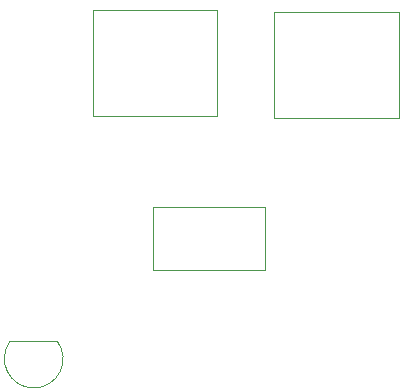
<source format=gbr>
%TF.GenerationSoftware,Altium Limited,Altium Designer,18.1.11 (251)*%
G04 Layer_Color=16711935*
%FSLAX45Y45*%
%MOMM*%
%TF.FileFunction,Other,Mechanical_13*%
%TF.Part,Single*%
G01*
G75*
%TA.AperFunction,NonConductor*%
%ADD64C,0.10000*%
D64*
X2370904Y2905897D02*
X1974908D01*
X1974906Y2905900D02*
G03*
X2370902Y2905900I197998J-150000D01*
G01*
X3182600Y3506902D02*
X4132600D01*
Y4036898D01*
X3182600D01*
Y3506902D01*
X4209598Y4794943D02*
Y5694941D01*
X5264602D01*
Y4794943D01*
X4209598D01*
X3727902Y4809938D02*
Y5709941D01*
X2672898D01*
Y4809938D01*
X3727902D01*
%TF.MD5,58ad67fff35ef8348e1c1efde4f1e9d3*%
M02*

</source>
